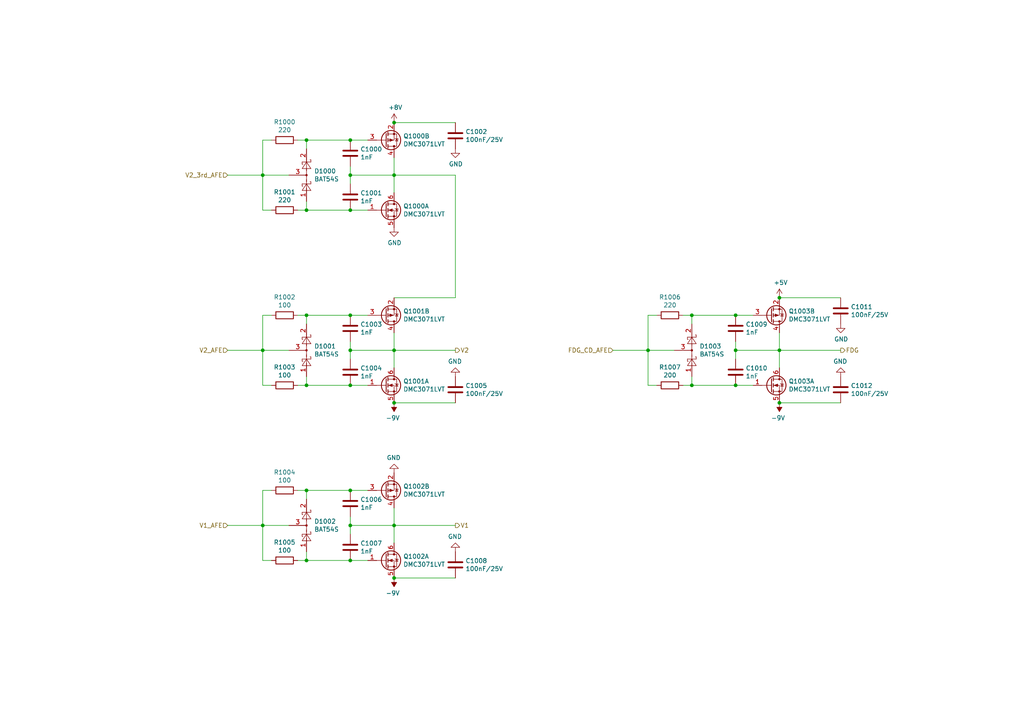
<source format=kicad_sch>
(kicad_sch (version 20210621) (generator eeschema)
  (paper "A4")
  (title_block (title "Sitina Ne") (rev "R0P2") (company "ZephRay"))
  (lib_symbols
    (symbol "Device:C" (pin_numbers hide) (pin_names (offset 0.254))
      (property "Reference" "C" (at 0.635 2.54 0))
      (property "Value" "C" (at 0.635 -2.54 0))
      (symbol "C_0_1"
        (polyline (pts (xy -2.032 -0.762) (xy 2.032 -0.762)) (stroke (width 0.508)))
        (polyline (pts (xy -2.032 0.762) (xy 2.032 0.762)) (stroke (width 0.508)))
      )
      (symbol "C_1_1"
        (pin passive line (at 0 3.81 270) (length 2.794) (name "~") (number "1"))
        (pin passive line (at 0 -3.81 90) (length 2.794) (name "~") (number "2"))
      )
    )
    (symbol "Device:R" (pin_numbers hide) (pin_names (offset 0))
      (property "Reference" "R" (at 2.032 0 90))
      (property "Value" "R" (at 0 0 90))
      (symbol "R_0_1"
        (rectangle (start -1.016 -2.54) (end 1.016 2.54) (stroke (width 0.254)))
      )
      (symbol "R_1_1"
        (pin passive line (at 0 3.81 270) (length 1.27) (name "~") (number "1"))
        (pin passive line (at 0 -3.81 90) (length 1.27) (name "~") (number "2"))
      )
    )
    (symbol "Diode:BAT54S" (pin_names (offset 1.016))
      (property "Reference" "D" (at 0.635 -3.81 0))
      (property "Value" "BAT54S" (at -6.35 3.175 0))
      (symbol "BAT54S_0_1"
        (polyline (pts (xy -3.81 0) (xy -1.27 0)))
        (polyline (pts (xy -3.175 -1.27) (xy -3.175 -1.016)))
        (polyline (pts (xy -2.54 -1.27) (xy -3.175 -1.27)))
        (polyline (pts (xy -2.54 -1.27) (xy -2.54 1.27)))
        (polyline (pts (xy -2.54 1.27) (xy -1.905 1.27)))
        (polyline (pts (xy -1.905 0) (xy 1.905 0)))
        (polyline (pts (xy -1.905 1.27) (xy -1.905 1.016)))
        (polyline (pts (xy 1.27 0) (xy 3.81 0)))
        (polyline (pts (xy 3.175 -1.27) (xy 3.175 -1.016)))
        (polyline (pts (xy 3.81 -1.27) (xy 3.175 -1.27)))
        (polyline (pts (xy 3.81 -1.27) (xy 3.81 1.27)))
        (polyline (pts (xy 3.81 1.27) (xy 4.445 1.27)))
        (polyline (pts (xy 4.445 1.27) (xy 4.445 1.016)))
        (polyline (pts (xy -4.445 1.27) (xy -4.445 -1.27) (xy -2.54 0) (xy -4.445 1.27)))
        (polyline (pts (xy 1.905 1.27) (xy 1.905 -1.27) (xy 3.81 0) (xy 1.905 1.27)))
        (circle (center 0 0) (radius 0.254) (fill (type outline)))
      )
      (symbol "BAT54S_1_1"
        (pin passive line (at -7.62 0 0) (length 3.81) (name "~") (number "1"))
        (pin passive line (at 7.62 0 180) (length 3.81) (name "~") (number "2"))
        (pin passive line (at 0 -5.08 90) (length 5.08) (name "~") (number "3"))
      )
    )
    (symbol "Transistor_FET:DMC3071LVT" (pin_names hide)
      (property "Reference" "Q" (at 3.175 1.27 0))
      (property "Value" "DMC3071LVT" (at 3.175 -1.27 0))
      (symbol "DMC3071LVT_0_1"
        (circle (center -0.889 0) (radius 2.794) (stroke (width 0.254)))
        (circle (center 0 -1.778) (radius 0.254) (fill (type outline)))
        (polyline (pts (xy -2.286 0) (xy -5.08 0)))
        (polyline (pts (xy -2.286 1.905) (xy -2.286 -1.905)) (stroke (width 0.254)))
        (polyline (pts (xy -1.778 -1.27) (xy -1.778 -2.286)) (stroke (width 0.254)))
        (polyline (pts (xy -1.778 0.508) (xy -1.778 -0.508)) (stroke (width 0.254)))
        (polyline (pts (xy -1.778 2.286) (xy -1.778 1.27)) (stroke (width 0.254)))
        (polyline (pts (xy 0 2.54) (xy 0 1.778)))
        (polyline (pts (xy 0 -2.54) (xy 0 0) (xy -1.778 0)))
        (polyline (pts (xy -1.778 -1.778) (xy 0.762 -1.778) (xy 0.762 1.778) (xy -1.778 1.778)))
        (circle (center 0 1.778) (radius 0.254) (fill (type outline)))
      )
      (symbol "DMC3071LVT_1_1"
        (polyline (pts (xy -1.524 0) (xy -0.508 0.381) (xy -0.508 -0.381) (xy -1.524 0)) (fill (type outline)))
        (polyline (pts (xy 0.254 0.508) (xy 0.381 0.381) (xy 1.143 0.381) (xy 1.27 0.254)))
        (polyline (pts (xy 0.762 0.381) (xy 0.381 -0.254) (xy 1.143 -0.254) (xy 0.762 0.381)))
        (pin passive line (at -7.62 0 0) (length 2.54) (name "G") (number "1"))
        (pin passive line (at 0 -5.08 90) (length 2.54) (name "S") (number "5"))
        (pin passive line (at 0 5.08 270) (length 2.54) (name "D") (number "6"))
      )
      (symbol "DMC3071LVT_2_1"
        (polyline (pts (xy -0.254 0) (xy -1.27 0.381) (xy -1.27 -0.381) (xy -0.254 0)) (fill (type outline)))
        (polyline (pts (xy 0.254 -0.508) (xy 0.381 -0.381) (xy 1.143 -0.381) (xy 1.27 -0.254)))
        (polyline (pts (xy 0.762 -0.381) (xy 0.381 0.254) (xy 1.143 0.254) (xy 0.762 -0.381)))
        (pin passive line (at 0 -5.08 90) (length 2.54) (name "S") (number "2"))
        (pin passive line (at -7.62 0 0) (length 2.54) (name "G") (number "3"))
        (pin passive line (at 0 5.08 270) (length 2.54) (name "D") (number "4"))
      )
    )
    (symbol "power:+5V" (power) (pin_names (offset 0))
      (property "Value" "+5V" (at 0 3.556 0))
      (symbol "+5V_0_1"
        (polyline (pts (xy -0.762 1.27) (xy 0 2.54)))
        (polyline (pts (xy 0 0) (xy 0 2.54)))
        (polyline (pts (xy 0 2.54) (xy 0.762 1.27)))
      )
      (symbol "+5V_1_1"
        (pin power_in line (at 0 0 90) (length 0) hide (name "+5V") (number "1"))
      )
    )
    (symbol "power:+8V" (power) (pin_names (offset 0))
      (property "Value" "+8V" (at 0 3.556 0))
      (symbol "+8V_0_1"
        (polyline (pts (xy -0.762 1.27) (xy 0 2.54)))
        (polyline (pts (xy 0 0) (xy 0 2.54)))
        (polyline (pts (xy 0 2.54) (xy 0.762 1.27)))
      )
      (symbol "+8V_1_1"
        (pin power_in line (at 0 0 90) (length 0) hide (name "+8V") (number "1"))
      )
    )
    (symbol "power:-9V" (power) (pin_names (offset 0))
      (property "Value" "-9V" (at 0 3.81 0))
      (symbol "-9V_0_1"
        (polyline (pts (xy 0 0) (xy 0 2.54)))
        (polyline (pts (xy 0.762 1.27) (xy -0.762 1.27) (xy 0 2.54) (xy 0.762 1.27)) (fill (type outline)))
      )
      (symbol "-9V_1_1"
        (pin power_in line (at 0 0 90) (length 0) hide (name "-9V") (number "1"))
      )
    )
    (symbol "power:GND" (power) (pin_names (offset 0))
      (property "Value" "GND" (at 0 -3.81 0))
      (symbol "GND_0_1"
        (polyline (pts (xy 0 0) (xy 0 -1.27) (xy 1.27 -1.27) (xy 0 -2.54) (xy -1.27 -1.27) (xy 0 -1.27)))
      )
      (symbol "GND_1_1"
        (pin power_in line (at 0 0 270) (length 0) hide (name "GND") (number "1"))
      )
    )
  )
  (junction (at 114.3 152.4) (diameter 0.9144))
  (junction (at 226.06 116.84) (diameter 0.9144))
  (junction (at 114.3 101.6) (diameter 0.9144))
  (junction (at 88.9 162.56) (diameter 0.9144))
  (junction (at 114.3 116.84) (diameter 0.9144))
  (junction (at 200.66 91.44) (diameter 0.9144))
  (junction (at 213.36 111.76) (diameter 0.9144))
  (junction (at 101.6 40.64) (diameter 0.9144))
  (junction (at 200.66 111.76) (diameter 0.9144))
  (junction (at 101.6 152.4) (diameter 0.9144))
  (junction (at 213.36 101.6) (diameter 0.9144))
  (junction (at 101.6 50.8) (diameter 0.9144))
  (junction (at 76.2 50.8) (diameter 0.9144))
  (junction (at 101.6 142.24) (diameter 0.9144))
  (junction (at 88.9 60.96) (diameter 0.9144))
  (junction (at 76.2 152.4) (diameter 0.9144))
  (junction (at 114.3 35.56) (diameter 0.9144))
  (junction (at 88.9 142.24) (diameter 0.9144))
  (junction (at 88.9 40.64) (diameter 0.9144))
  (junction (at 187.96 101.6) (diameter 0.9144))
  (junction (at 114.3 50.8) (diameter 0.9144))
  (junction (at 101.6 60.96) (diameter 0.9144))
  (junction (at 213.36 91.44) (diameter 0.9144))
  (junction (at 88.9 91.44) (diameter 0.9144))
  (junction (at 101.6 91.44) (diameter 0.9144))
  (junction (at 101.6 111.76) (diameter 0.9144))
  (junction (at 88.9 111.76) (diameter 0.9144))
  (junction (at 226.06 86.36) (diameter 0.9144))
  (junction (at 101.6 162.56) (diameter 0.9144))
  (junction (at 226.06 101.6) (diameter 0.9144))
  (junction (at 114.3 167.64) (diameter 0.9144))
  (junction (at 101.6 101.6) (diameter 0.9144))
  (junction (at 76.2 101.6) (diameter 0.9144))
  (wire (pts (xy 198.12 91.44) (xy 200.66 91.44)))
  (wire (pts (xy 114.3 101.6) (xy 114.3 106.68)))
  (wire (pts (xy 132.08 101.6) (xy 114.3 101.6)))
  (wire (pts (xy 114.3 35.56) (xy 132.08 35.56)))
  (wire (pts (xy 76.2 111.76) (xy 76.2 101.6)))
  (wire (pts (xy 200.66 91.44) (xy 213.36 91.44)))
  (wire (pts (xy 190.5 91.44) (xy 187.96 91.44)))
  (wire (pts (xy 114.3 50.8) (xy 114.3 55.88)))
  (wire (pts (xy 114.3 116.84) (xy 132.08 116.84)))
  (wire (pts (xy 66.04 152.4) (xy 76.2 152.4)))
  (wire (pts (xy 101.6 152.4) (xy 101.6 154.94)))
  (wire (pts (xy 88.9 60.96) (xy 101.6 60.96)))
  (wire (pts (xy 213.36 101.6) (xy 213.36 104.14)))
  (wire (pts (xy 114.3 152.4) (xy 114.3 157.48)))
  (wire (pts (xy 66.04 50.8) (xy 76.2 50.8)))
  (wire (pts (xy 101.6 101.6) (xy 101.6 104.14)))
  (wire (pts (xy 101.6 50.8) (xy 114.3 50.8)))
  (wire (pts (xy 86.36 162.56) (xy 88.9 162.56)))
  (wire (pts (xy 213.36 101.6) (xy 226.06 101.6)))
  (wire (pts (xy 101.6 50.8) (xy 101.6 53.34)))
  (wire (pts (xy 101.6 111.76) (xy 106.68 111.76)))
  (wire (pts (xy 226.06 101.6) (xy 226.06 106.68)))
  (wire (pts (xy 187.96 91.44) (xy 187.96 101.6)))
  (wire (pts (xy 101.6 91.44) (xy 106.68 91.44)))
  (wire (pts (xy 86.36 40.64) (xy 88.9 40.64)))
  (wire (pts (xy 101.6 152.4) (xy 114.3 152.4)))
  (wire (pts (xy 177.8 101.6) (xy 187.96 101.6)))
  (wire (pts (xy 76.2 91.44) (xy 76.2 101.6)))
  (wire (pts (xy 86.36 60.96) (xy 88.9 60.96)))
  (wire (pts (xy 114.3 101.6) (xy 114.3 96.52)))
  (wire (pts (xy 101.6 60.96) (xy 106.68 60.96)))
  (wire (pts (xy 76.2 50.8) (xy 83.82 50.8)))
  (wire (pts (xy 213.36 111.76) (xy 218.44 111.76)))
  (wire (pts (xy 200.66 111.76) (xy 213.36 111.76)))
  (wire (pts (xy 86.36 91.44) (xy 88.9 91.44)))
  (wire (pts (xy 86.36 142.24) (xy 88.9 142.24)))
  (wire (pts (xy 200.66 91.44) (xy 200.66 93.98)))
  (wire (pts (xy 101.6 162.56) (xy 106.68 162.56)))
  (wire (pts (xy 226.06 101.6) (xy 226.06 96.52)))
  (wire (pts (xy 114.3 50.8) (xy 114.3 45.72)))
  (wire (pts (xy 101.6 99.06) (xy 101.6 101.6)))
  (wire (pts (xy 88.9 162.56) (xy 88.9 160.02)))
  (wire (pts (xy 88.9 40.64) (xy 101.6 40.64)))
  (wire (pts (xy 187.96 101.6) (xy 195.58 101.6)))
  (wire (pts (xy 132.08 50.8) (xy 114.3 50.8)))
  (wire (pts (xy 66.04 101.6) (xy 76.2 101.6)))
  (wire (pts (xy 114.3 167.64) (xy 132.08 167.64)))
  (wire (pts (xy 76.2 60.96) (xy 76.2 50.8)))
  (wire (pts (xy 190.5 111.76) (xy 187.96 111.76)))
  (wire (pts (xy 88.9 162.56) (xy 101.6 162.56)))
  (wire (pts (xy 132.08 86.36) (xy 132.08 50.8)))
  (wire (pts (xy 76.2 152.4) (xy 83.82 152.4)))
  (wire (pts (xy 132.08 152.4) (xy 114.3 152.4)))
  (wire (pts (xy 76.2 142.24) (xy 76.2 152.4)))
  (wire (pts (xy 78.74 60.96) (xy 76.2 60.96)))
  (wire (pts (xy 78.74 142.24) (xy 76.2 142.24)))
  (wire (pts (xy 76.2 101.6) (xy 83.82 101.6)))
  (wire (pts (xy 78.74 91.44) (xy 76.2 91.44)))
  (wire (pts (xy 213.36 91.44) (xy 218.44 91.44)))
  (wire (pts (xy 114.3 152.4) (xy 114.3 147.32)))
  (wire (pts (xy 101.6 40.64) (xy 106.68 40.64)))
  (wire (pts (xy 243.84 101.6) (xy 226.06 101.6)))
  (wire (pts (xy 101.6 101.6) (xy 114.3 101.6)))
  (wire (pts (xy 76.2 40.64) (xy 76.2 50.8)))
  (wire (pts (xy 88.9 111.76) (xy 88.9 109.22)))
  (wire (pts (xy 88.9 111.76) (xy 101.6 111.76)))
  (wire (pts (xy 76.2 162.56) (xy 76.2 152.4)))
  (wire (pts (xy 78.74 162.56) (xy 76.2 162.56)))
  (wire (pts (xy 78.74 111.76) (xy 76.2 111.76)))
  (wire (pts (xy 88.9 142.24) (xy 88.9 144.78)))
  (wire (pts (xy 101.6 142.24) (xy 106.68 142.24)))
  (wire (pts (xy 200.66 111.76) (xy 200.66 109.22)))
  (wire (pts (xy 114.3 86.36) (xy 132.08 86.36)))
  (wire (pts (xy 226.06 116.84) (xy 243.84 116.84)))
  (wire (pts (xy 101.6 149.86) (xy 101.6 152.4)))
  (wire (pts (xy 88.9 142.24) (xy 101.6 142.24)))
  (wire (pts (xy 88.9 40.64) (xy 88.9 43.18)))
  (wire (pts (xy 78.74 40.64) (xy 76.2 40.64)))
  (wire (pts (xy 88.9 60.96) (xy 88.9 58.42)))
  (wire (pts (xy 86.36 111.76) (xy 88.9 111.76)))
  (wire (pts (xy 198.12 111.76) (xy 200.66 111.76)))
  (wire (pts (xy 88.9 91.44) (xy 101.6 91.44)))
  (wire (pts (xy 187.96 111.76) (xy 187.96 101.6)))
  (wire (pts (xy 243.84 86.36) (xy 226.06 86.36)))
  (wire (pts (xy 88.9 91.44) (xy 88.9 93.98)))
  (wire (pts (xy 101.6 48.26) (xy 101.6 50.8)))
  (wire (pts (xy 213.36 99.06) (xy 213.36 101.6)))
  (hierarchical_label "V2" (shape output) (at 132.08 101.6 0))
  (hierarchical_label "V2_AFE" (shape input) (at 66.04 101.6 180))
  (hierarchical_label "V1_AFE" (shape input) (at 66.04 152.4 180))
  (hierarchical_label "FDG" (shape output) (at 243.84 101.6 0))
  (hierarchical_label "V2_3rd_AFE" (shape input) (at 66.04 50.8 180))
  (hierarchical_label "V1" (shape output) (at 132.08 152.4 0))
  (hierarchical_label "FDG_CD_AFE" (shape input) (at 177.8 101.6 180))
  (symbol (lib_id "Diode:BAT54S") (at 88.9 101.6 270) (mirror x) (unit 1)
    (property "Reference" "D1001" (at 91.1352 100.4316 90) (effects (justify left)))
    (property "Value" "BAT54S" (at 91.1352 102.743 90) (effects (justify left)))
    (property "Footprint" "Package_TO_SOT_SMD:SOT-23" (effects hide))
    (property "Datasheet" "https://www.diodes.com/assets/Datasheets/ds11005.pdf" (effects hide))
  )
  (symbol (lib_id "Device:R") (at 82.55 91.44 270) (unit 1)
    (property "Reference" "R1002" (at 82.55 86.1822 90))
    (property "Value" "100" (at 82.55 88.4936 90))
    (property "Footprint" "Resistor_SMD:R_0402_1005Metric" (effects hide))
  )
  (symbol (lib_id "Device:R") (at 82.55 111.76 270) (unit 1)
    (property "Reference" "R1003" (at 82.55 106.5022 90))
    (property "Value" "100" (at 82.55 108.8136 90))
    (property "Footprint" "Resistor_SMD:R_0402_1005Metric" (effects hide))
  )
  (symbol (lib_id "Device:C") (at 101.6 95.25 180) (unit 1)
    (property "Reference" "C1003" (at 104.521 94.0816 0) (effects (justify right)))
    (property "Value" "1nF" (at 104.521 96.393 0) (effects (justify right)))
    (property "Footprint" "Capacitor_SMD:C_0402_1005Metric" (effects hide))
  )
  (symbol (lib_id "Device:C") (at 101.6 107.95 180) (unit 1)
    (property "Reference" "C1004" (at 104.521 106.7816 0) (effects (justify right)))
    (property "Value" "1nF" (at 104.521 109.093 0) (effects (justify right)))
    (property "Footprint" "Capacitor_SMD:C_0402_1005Metric" (effects hide))
  )
  (symbol (lib_id "Transistor_FET:DMC3071LVT") (at 114.3 111.76 0) (unit 1)
    (property "Reference" "Q1001" (at 116.967 110.5916 0) (effects (justify left)))
    (property "Value" "DMC3071LVT" (at 116.967 112.903 0) (effects (justify left)))
    (property "Footprint" "Package_TO_SOT_SMD:TSOT-23-6" (effects hide))
    (property "Datasheet" "https://www.diodes.com/assets/Datasheets/DMC3071LVT.pdf" (effects hide))
  )
  (symbol (lib_id "Transistor_FET:DMC3071LVT") (at 114.3 91.44 0) (mirror x) (unit 2)
    (property "Reference" "Q1001" (at 116.967 90.2716 0) (effects (justify left)))
    (property "Value" "DMC3071LVT" (at 116.967 92.583 0) (effects (justify left)))
    (property "Footprint" "Package_TO_SOT_SMD:TSOT-23-6" (effects hide))
    (property "Datasheet" "https://www.diodes.com/assets/Datasheets/DMC3071LVT.pdf" (effects hide))
  )
  (symbol (lib_id "Device:C") (at 132.08 39.37 180) (unit 1)
    (property "Reference" "C1002" (at 135.001 38.2016 0) (effects (justify right)))
    (property "Value" "100nF/25V" (at 135.001 40.513 0) (effects (justify right)))
    (property "Footprint" "Capacitor_SMD:C_0603_1608Metric" (effects hide))
  )
  (symbol (lib_id "power:+8V") (at 114.3 35.56 0) (unit 1)
    (property "Reference" "#PWR0183" (effects hide))
    (property "Value" "+8V" (at 114.681 31.1658 0))
  )
  (symbol (lib_id "power:-9V") (at 114.3 116.84 180) (unit 1)
    (property "Reference" "#PWR0184" (effects hide))
    (property "Value" "-9V" (at 113.919 121.2342 0))
  )
  (symbol (lib_id "Device:C") (at 132.08 113.03 180) (unit 1)
    (property "Reference" "C1005" (at 135.001 111.8616 0) (effects (justify right)))
    (property "Value" "100nF/25V" (at 135.001 114.173 0) (effects (justify right)))
    (property "Footprint" "Capacitor_SMD:C_0603_1608Metric" (effects hide))
  )
  (symbol (lib_id "power:GND") (at 132.08 43.18 0) (unit 1)
    (property "Reference" "#PWR0185" (effects hide))
    (property "Value" "GND" (at 132.207 47.5742 0))
  )
  (symbol (lib_id "power:GND") (at 132.08 109.22 180) (unit 1)
    (property "Reference" "#PWR0186" (effects hide))
    (property "Value" "GND" (at 131.953 104.8258 0))
  )
  (symbol (lib_id "Diode:BAT54S") (at 88.9 152.4 270) (mirror x) (unit 1)
    (property "Reference" "D1002" (at 91.1352 151.2316 90) (effects (justify left)))
    (property "Value" "BAT54S" (at 91.1352 153.543 90) (effects (justify left)))
    (property "Footprint" "Package_TO_SOT_SMD:SOT-23" (effects hide))
    (property "Datasheet" "https://www.diodes.com/assets/Datasheets/ds11005.pdf" (effects hide))
  )
  (symbol (lib_id "Device:R") (at 82.55 142.24 270) (unit 1)
    (property "Reference" "R1004" (at 82.55 136.9822 90))
    (property "Value" "100" (at 82.55 139.2936 90))
    (property "Footprint" "Resistor_SMD:R_0402_1005Metric" (effects hide))
  )
  (symbol (lib_id "Device:R") (at 82.55 162.56 270) (unit 1)
    (property "Reference" "R1005" (at 82.55 157.3022 90))
    (property "Value" "100" (at 82.55 159.6136 90))
    (property "Footprint" "Resistor_SMD:R_0402_1005Metric" (effects hide))
  )
  (symbol (lib_id "Device:C") (at 101.6 146.05 180) (unit 1)
    (property "Reference" "C1006" (at 104.521 144.8816 0) (effects (justify right)))
    (property "Value" "1nF" (at 104.521 147.193 0) (effects (justify right)))
    (property "Footprint" "Capacitor_SMD:C_0402_1005Metric" (effects hide))
  )
  (symbol (lib_id "Device:C") (at 101.6 158.75 180) (unit 1)
    (property "Reference" "C1007" (at 104.521 157.5816 0) (effects (justify right)))
    (property "Value" "1nF" (at 104.521 159.893 0) (effects (justify right)))
    (property "Footprint" "Capacitor_SMD:C_0402_1005Metric" (effects hide))
  )
  (symbol (lib_id "Transistor_FET:DMC3071LVT") (at 114.3 162.56 0) (unit 1)
    (property "Reference" "Q1002" (at 116.967 161.3916 0) (effects (justify left)))
    (property "Value" "DMC3071LVT" (at 116.967 163.703 0) (effects (justify left)))
    (property "Footprint" "Package_TO_SOT_SMD:TSOT-23-6" (effects hide))
    (property "Datasheet" "https://www.diodes.com/assets/Datasheets/DMC3071LVT.pdf" (effects hide))
  )
  (symbol (lib_id "Transistor_FET:DMC3071LVT") (at 114.3 142.24 0) (mirror x) (unit 2)
    (property "Reference" "Q1002" (at 116.967 141.0716 0) (effects (justify left)))
    (property "Value" "DMC3071LVT" (at 116.967 143.383 0) (effects (justify left)))
    (property "Footprint" "Package_TO_SOT_SMD:TSOT-23-6" (effects hide))
    (property "Datasheet" "https://www.diodes.com/assets/Datasheets/DMC3071LVT.pdf" (effects hide))
  )
  (symbol (lib_id "power:-9V") (at 114.3 167.64 180) (unit 1)
    (property "Reference" "#PWR0187" (effects hide))
    (property "Value" "-9V" (at 113.919 172.0342 0))
  )
  (symbol (lib_id "Device:C") (at 132.08 163.83 180) (unit 1)
    (property "Reference" "C1008" (at 135.001 162.6616 0) (effects (justify right)))
    (property "Value" "100nF/25V" (at 135.001 164.973 0) (effects (justify right)))
    (property "Footprint" "Capacitor_SMD:C_0603_1608Metric" (effects hide))
  )
  (symbol (lib_id "power:GND") (at 132.08 160.02 180) (unit 1)
    (property "Reference" "#PWR0188" (effects hide))
    (property "Value" "GND" (at 131.953 155.6258 0))
  )
  (symbol (lib_id "power:GND") (at 114.3 137.16 180) (unit 1)
    (property "Reference" "#PWR0189" (effects hide))
    (property "Value" "GND" (at 114.173 132.7658 0))
  )
  (symbol (lib_id "Diode:BAT54S") (at 200.66 101.6 270) (mirror x) (unit 1)
    (property "Reference" "D1003" (at 202.8952 100.4316 90) (effects (justify left)))
    (property "Value" "BAT54S" (at 202.8952 102.743 90) (effects (justify left)))
    (property "Footprint" "Package_TO_SOT_SMD:SOT-23" (effects hide))
    (property "Datasheet" "https://www.diodes.com/assets/Datasheets/ds11005.pdf" (effects hide))
  )
  (symbol (lib_id "Device:R") (at 194.31 91.44 270) (unit 1)
    (property "Reference" "R1006" (at 194.31 86.1822 90))
    (property "Value" "220" (at 194.31 88.4936 90))
    (property "Footprint" "Resistor_SMD:R_0402_1005Metric" (effects hide))
  )
  (symbol (lib_id "Device:R") (at 194.31 111.76 270) (unit 1)
    (property "Reference" "R1007" (at 194.31 106.5022 90))
    (property "Value" "200" (at 194.31 108.8136 90))
    (property "Footprint" "Resistor_SMD:R_0402_1005Metric" (effects hide))
  )
  (symbol (lib_id "Device:C") (at 213.36 95.25 180) (unit 1)
    (property "Reference" "C1009" (at 216.281 94.0816 0) (effects (justify right)))
    (property "Value" "1nF" (at 216.281 96.393 0) (effects (justify right)))
    (property "Footprint" "Capacitor_SMD:C_0402_1005Metric" (effects hide))
  )
  (symbol (lib_id "Device:C") (at 213.36 107.95 180) (unit 1)
    (property "Reference" "C1010" (at 216.281 106.7816 0) (effects (justify right)))
    (property "Value" "1nF" (at 216.281 109.093 0) (effects (justify right)))
    (property "Footprint" "Capacitor_SMD:C_0402_1005Metric" (effects hide))
  )
  (symbol (lib_id "Transistor_FET:DMC3071LVT") (at 226.06 111.76 0) (unit 1)
    (property "Reference" "Q1003" (at 228.727 110.5916 0) (effects (justify left)))
    (property "Value" "DMC3071LVT" (at 228.727 112.903 0) (effects (justify left)))
    (property "Footprint" "Package_TO_SOT_SMD:TSOT-23-6" (effects hide))
    (property "Datasheet" "https://www.diodes.com/assets/Datasheets/DMC3071LVT.pdf" (effects hide))
  )
  (symbol (lib_id "Transistor_FET:DMC3071LVT") (at 226.06 91.44 0) (mirror x) (unit 2)
    (property "Reference" "Q1003" (at 228.727 90.2716 0) (effects (justify left)))
    (property "Value" "DMC3071LVT" (at 228.727 92.583 0) (effects (justify left)))
    (property "Footprint" "Package_TO_SOT_SMD:TSOT-23-6" (effects hide))
    (property "Datasheet" "https://www.diodes.com/assets/Datasheets/DMC3071LVT.pdf" (effects hide))
  )
  (symbol (lib_id "power:-9V") (at 226.06 116.84 180) (unit 1)
    (property "Reference" "#PWR0190" (effects hide))
    (property "Value" "-9V" (at 225.679 121.2342 0))
  )
  (symbol (lib_id "Device:C") (at 243.84 113.03 180) (unit 1)
    (property "Reference" "C1012" (at 246.761 111.8616 0) (effects (justify right)))
    (property "Value" "100nF/25V" (at 246.761 114.173 0) (effects (justify right)))
    (property "Footprint" "Capacitor_SMD:C_0603_1608Metric" (effects hide))
  )
  (symbol (lib_id "power:GND") (at 243.84 109.22 180) (unit 1)
    (property "Reference" "#PWR0191" (effects hide))
    (property "Value" "GND" (at 243.713 104.8258 0))
  )
  (symbol (lib_id "power:+5V") (at 226.06 86.36 0) (unit 1)
    (property "Reference" "#PWR0192" (effects hide))
    (property "Value" "+5V" (at 226.441 81.9658 0))
  )
  (symbol (lib_id "Device:C") (at 243.84 90.17 180) (unit 1)
    (property "Reference" "C1011" (at 246.761 89.0016 0) (effects (justify right)))
    (property "Value" "100nF/25V" (at 246.761 91.313 0) (effects (justify right)))
    (property "Footprint" "Capacitor_SMD:C_0603_1608Metric" (effects hide))
  )
  (symbol (lib_id "power:GND") (at 243.84 93.98 0) (unit 1)
    (property "Reference" "#PWR0193" (effects hide))
    (property "Value" "GND" (at 243.967 98.3742 0))
  )
  (symbol (lib_id "Diode:BAT54S") (at 88.9 50.8 270) (mirror x) (unit 1)
    (property "Reference" "D1000" (at 91.1352 49.6316 90) (effects (justify left)))
    (property "Value" "BAT54S" (at 91.1352 51.943 90) (effects (justify left)))
    (property "Footprint" "Package_TO_SOT_SMD:SOT-23" (effects hide))
    (property "Datasheet" "https://www.diodes.com/assets/Datasheets/ds11005.pdf" (effects hide))
  )
  (symbol (lib_id "Device:R") (at 82.55 40.64 270) (unit 1)
    (property "Reference" "R1000" (at 82.55 35.3822 90))
    (property "Value" "220" (at 82.55 37.6936 90))
    (property "Footprint" "Resistor_SMD:R_0402_1005Metric" (effects hide))
  )
  (symbol (lib_id "Device:R") (at 82.55 60.96 270) (unit 1)
    (property "Reference" "R1001" (at 82.55 55.7022 90))
    (property "Value" "220" (at 82.55 58.0136 90))
    (property "Footprint" "Resistor_SMD:R_0402_1005Metric" (effects hide))
  )
  (symbol (lib_id "Device:C") (at 101.6 44.45 180) (unit 1)
    (property "Reference" "C1000" (at 104.521 43.2816 0) (effects (justify right)))
    (property "Value" "1nF" (at 104.521 45.593 0) (effects (justify right)))
    (property "Footprint" "Capacitor_SMD:C_0402_1005Metric" (effects hide))
  )
  (symbol (lib_id "Device:C") (at 101.6 57.15 180) (unit 1)
    (property "Reference" "C1001" (at 104.521 55.9816 0) (effects (justify right)))
    (property "Value" "1nF" (at 104.521 58.293 0) (effects (justify right)))
    (property "Footprint" "Capacitor_SMD:C_0402_1005Metric" (effects hide))
  )
  (symbol (lib_id "Transistor_FET:DMC3071LVT") (at 114.3 60.96 0) (unit 1)
    (property "Reference" "Q1000" (at 116.967 59.7916 0) (effects (justify left)))
    (property "Value" "DMC3071LVT" (at 116.967 62.103 0) (effects (justify left)))
    (property "Footprint" "Package_TO_SOT_SMD:TSOT-23-6" (effects hide))
    (property "Datasheet" "https://www.diodes.com/assets/Datasheets/DMC3071LVT.pdf" (effects hide))
  )
  (symbol (lib_id "Transistor_FET:DMC3071LVT") (at 114.3 40.64 0) (mirror x) (unit 2)
    (property "Reference" "Q1000" (at 116.967 39.4716 0) (effects (justify left)))
    (property "Value" "DMC3071LVT" (at 116.967 41.783 0) (effects (justify left)))
    (property "Footprint" "Package_TO_SOT_SMD:TSOT-23-6" (effects hide))
    (property "Datasheet" "https://www.diodes.com/assets/Datasheets/DMC3071LVT.pdf" (effects hide))
  )
  (symbol (lib_id "power:GND") (at 114.3 66.04 0) (unit 1)
    (property "Reference" "#PWR0182" (effects hide))
    (property "Value" "GND" (at 114.427 70.4342 0))
  )
)
</source>
